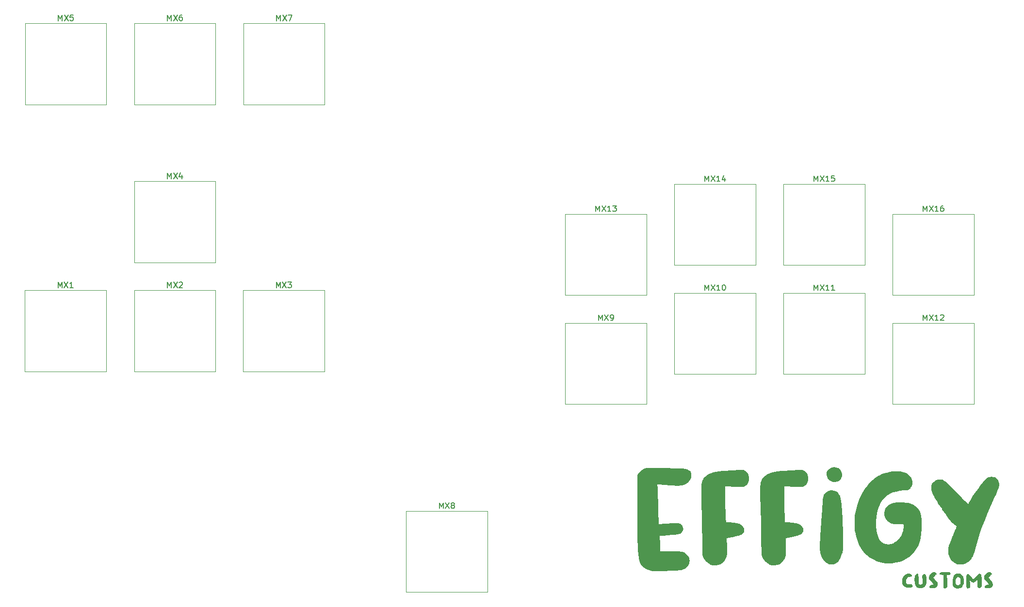
<source format=gbr>
%TF.GenerationSoftware,KiCad,Pcbnew,7.0.5*%
%TF.CreationDate,2023-06-07T11:30:10+08:00*%
%TF.ProjectId,JosEffigy-All-Keyboard-Mixbox,4a6f7345-6666-4696-9779-2d416c6c2d4b,rev?*%
%TF.SameCoordinates,Original*%
%TF.FileFunction,Legend,Top*%
%TF.FilePolarity,Positive*%
%FSLAX46Y46*%
G04 Gerber Fmt 4.6, Leading zero omitted, Abs format (unit mm)*
G04 Created by KiCad (PCBNEW 7.0.5) date 2023-06-07 11:30:10*
%MOMM*%
%LPD*%
G01*
G04 APERTURE LIST*
%ADD10C,0.150000*%
%ADD11C,0.120000*%
%ADD12C,2.100000*%
%ADD13C,1.750000*%
%ADD14C,4.000000*%
%ADD15C,3.600000*%
%ADD16O,1.800000X1.800000*%
%ADD17O,1.500000X1.500000*%
%ADD18O,1.700000X1.700000*%
%ADD19R,1.700000X1.700000*%
G04 APERTURE END LIST*
D10*
%TO.C,MX3*%
X101055986Y-100410219D02*
X101055986Y-99410219D01*
X101055986Y-99410219D02*
X101389319Y-100124504D01*
X101389319Y-100124504D02*
X101722652Y-99410219D01*
X101722652Y-99410219D02*
X101722652Y-100410219D01*
X102103605Y-99410219D02*
X102770271Y-100410219D01*
X102770271Y-99410219D02*
X102103605Y-100410219D01*
X103055986Y-99410219D02*
X103675033Y-99410219D01*
X103675033Y-99410219D02*
X103341700Y-99791171D01*
X103341700Y-99791171D02*
X103484557Y-99791171D01*
X103484557Y-99791171D02*
X103579795Y-99838790D01*
X103579795Y-99838790D02*
X103627414Y-99886409D01*
X103627414Y-99886409D02*
X103675033Y-99981647D01*
X103675033Y-99981647D02*
X103675033Y-100219742D01*
X103675033Y-100219742D02*
X103627414Y-100314980D01*
X103627414Y-100314980D02*
X103579795Y-100362600D01*
X103579795Y-100362600D02*
X103484557Y-100410219D01*
X103484557Y-100410219D02*
X103198843Y-100410219D01*
X103198843Y-100410219D02*
X103103605Y-100362600D01*
X103103605Y-100362600D02*
X103055986Y-100314980D01*
%TO.C,MX6*%
X82057986Y-53732319D02*
X82057986Y-52732319D01*
X82057986Y-52732319D02*
X82391319Y-53446604D01*
X82391319Y-53446604D02*
X82724652Y-52732319D01*
X82724652Y-52732319D02*
X82724652Y-53732319D01*
X83105605Y-52732319D02*
X83772271Y-53732319D01*
X83772271Y-52732319D02*
X83105605Y-53732319D01*
X84581795Y-52732319D02*
X84391319Y-52732319D01*
X84391319Y-52732319D02*
X84296081Y-52779938D01*
X84296081Y-52779938D02*
X84248462Y-52827557D01*
X84248462Y-52827557D02*
X84153224Y-52970414D01*
X84153224Y-52970414D02*
X84105605Y-53160890D01*
X84105605Y-53160890D02*
X84105605Y-53541842D01*
X84105605Y-53541842D02*
X84153224Y-53637080D01*
X84153224Y-53637080D02*
X84200843Y-53684700D01*
X84200843Y-53684700D02*
X84296081Y-53732319D01*
X84296081Y-53732319D02*
X84486557Y-53732319D01*
X84486557Y-53732319D02*
X84581795Y-53684700D01*
X84581795Y-53684700D02*
X84629414Y-53637080D01*
X84629414Y-53637080D02*
X84677033Y-53541842D01*
X84677033Y-53541842D02*
X84677033Y-53303747D01*
X84677033Y-53303747D02*
X84629414Y-53208509D01*
X84629414Y-53208509D02*
X84581795Y-53160890D01*
X84581795Y-53160890D02*
X84486557Y-53113271D01*
X84486557Y-53113271D02*
X84296081Y-53113271D01*
X84296081Y-53113271D02*
X84200843Y-53160890D01*
X84200843Y-53160890D02*
X84153224Y-53208509D01*
X84153224Y-53208509D02*
X84105605Y-53303747D01*
%TO.C,MX1*%
X62956086Y-100410219D02*
X62956086Y-99410219D01*
X62956086Y-99410219D02*
X63289419Y-100124504D01*
X63289419Y-100124504D02*
X63622752Y-99410219D01*
X63622752Y-99410219D02*
X63622752Y-100410219D01*
X64003705Y-99410219D02*
X64670371Y-100410219D01*
X64670371Y-99410219D02*
X64003705Y-100410219D01*
X65575133Y-100410219D02*
X65003705Y-100410219D01*
X65289419Y-100410219D02*
X65289419Y-99410219D01*
X65289419Y-99410219D02*
X65194181Y-99553076D01*
X65194181Y-99553076D02*
X65098943Y-99648314D01*
X65098943Y-99648314D02*
X65003705Y-99695933D01*
%TO.C,MX16*%
X213979295Y-87069819D02*
X213979295Y-86069819D01*
X213979295Y-86069819D02*
X214312628Y-86784104D01*
X214312628Y-86784104D02*
X214645961Y-86069819D01*
X214645961Y-86069819D02*
X214645961Y-87069819D01*
X215026914Y-86069819D02*
X215693580Y-87069819D01*
X215693580Y-86069819D02*
X215026914Y-87069819D01*
X216598342Y-87069819D02*
X216026914Y-87069819D01*
X216312628Y-87069819D02*
X216312628Y-86069819D01*
X216312628Y-86069819D02*
X216217390Y-86212676D01*
X216217390Y-86212676D02*
X216122152Y-86307914D01*
X216122152Y-86307914D02*
X216026914Y-86355533D01*
X217455485Y-86069819D02*
X217265009Y-86069819D01*
X217265009Y-86069819D02*
X217169771Y-86117438D01*
X217169771Y-86117438D02*
X217122152Y-86165057D01*
X217122152Y-86165057D02*
X217026914Y-86307914D01*
X217026914Y-86307914D02*
X216979295Y-86498390D01*
X216979295Y-86498390D02*
X216979295Y-86879342D01*
X216979295Y-86879342D02*
X217026914Y-86974580D01*
X217026914Y-86974580D02*
X217074533Y-87022200D01*
X217074533Y-87022200D02*
X217169771Y-87069819D01*
X217169771Y-87069819D02*
X217360247Y-87069819D01*
X217360247Y-87069819D02*
X217455485Y-87022200D01*
X217455485Y-87022200D02*
X217503104Y-86974580D01*
X217503104Y-86974580D02*
X217550723Y-86879342D01*
X217550723Y-86879342D02*
X217550723Y-86641247D01*
X217550723Y-86641247D02*
X217503104Y-86546009D01*
X217503104Y-86546009D02*
X217455485Y-86498390D01*
X217455485Y-86498390D02*
X217360247Y-86450771D01*
X217360247Y-86450771D02*
X217169771Y-86450771D01*
X217169771Y-86450771D02*
X217074533Y-86498390D01*
X217074533Y-86498390D02*
X217026914Y-86546009D01*
X217026914Y-86546009D02*
X216979295Y-86641247D01*
%TO.C,MX2*%
X82058086Y-100404819D02*
X82058086Y-99404819D01*
X82058086Y-99404819D02*
X82391419Y-100119104D01*
X82391419Y-100119104D02*
X82724752Y-99404819D01*
X82724752Y-99404819D02*
X82724752Y-100404819D01*
X83105705Y-99404819D02*
X83772371Y-100404819D01*
X83772371Y-99404819D02*
X83105705Y-100404819D01*
X84105705Y-99500057D02*
X84153324Y-99452438D01*
X84153324Y-99452438D02*
X84248562Y-99404819D01*
X84248562Y-99404819D02*
X84486657Y-99404819D01*
X84486657Y-99404819D02*
X84581895Y-99452438D01*
X84581895Y-99452438D02*
X84629514Y-99500057D01*
X84629514Y-99500057D02*
X84677133Y-99595295D01*
X84677133Y-99595295D02*
X84677133Y-99690533D01*
X84677133Y-99690533D02*
X84629514Y-99833390D01*
X84629514Y-99833390D02*
X84058086Y-100404819D01*
X84058086Y-100404819D02*
X84677133Y-100404819D01*
%TO.C,MX7*%
X101107986Y-53732319D02*
X101107986Y-52732319D01*
X101107986Y-52732319D02*
X101441319Y-53446604D01*
X101441319Y-53446604D02*
X101774652Y-52732319D01*
X101774652Y-52732319D02*
X101774652Y-53732319D01*
X102155605Y-52732319D02*
X102822271Y-53732319D01*
X102822271Y-52732319D02*
X102155605Y-53732319D01*
X103107986Y-52732319D02*
X103774652Y-52732319D01*
X103774652Y-52732319D02*
X103346081Y-53732319D01*
%TO.C,MX5*%
X63007986Y-53732319D02*
X63007986Y-52732319D01*
X63007986Y-52732319D02*
X63341319Y-53446604D01*
X63341319Y-53446604D02*
X63674652Y-52732319D01*
X63674652Y-52732319D02*
X63674652Y-53732319D01*
X64055605Y-52732319D02*
X64722271Y-53732319D01*
X64722271Y-52732319D02*
X64055605Y-53732319D01*
X65579414Y-52732319D02*
X65103224Y-52732319D01*
X65103224Y-52732319D02*
X65055605Y-53208509D01*
X65055605Y-53208509D02*
X65103224Y-53160890D01*
X65103224Y-53160890D02*
X65198462Y-53113271D01*
X65198462Y-53113271D02*
X65436557Y-53113271D01*
X65436557Y-53113271D02*
X65531795Y-53160890D01*
X65531795Y-53160890D02*
X65579414Y-53208509D01*
X65579414Y-53208509D02*
X65627033Y-53303747D01*
X65627033Y-53303747D02*
X65627033Y-53541842D01*
X65627033Y-53541842D02*
X65579414Y-53637080D01*
X65579414Y-53637080D02*
X65531795Y-53684700D01*
X65531795Y-53684700D02*
X65436557Y-53732319D01*
X65436557Y-53732319D02*
X65198462Y-53732319D01*
X65198462Y-53732319D02*
X65103224Y-53684700D01*
X65103224Y-53684700D02*
X65055605Y-53637080D01*
%TO.C,MX4*%
X82058086Y-81354819D02*
X82058086Y-80354819D01*
X82058086Y-80354819D02*
X82391419Y-81069104D01*
X82391419Y-81069104D02*
X82724752Y-80354819D01*
X82724752Y-80354819D02*
X82724752Y-81354819D01*
X83105705Y-80354819D02*
X83772371Y-81354819D01*
X83772371Y-80354819D02*
X83105705Y-81354819D01*
X84581895Y-80688152D02*
X84581895Y-81354819D01*
X84343800Y-80307200D02*
X84105705Y-81021485D01*
X84105705Y-81021485D02*
X84724752Y-81021485D01*
%TO.C,MX12*%
X213979295Y-106119819D02*
X213979295Y-105119819D01*
X213979295Y-105119819D02*
X214312628Y-105834104D01*
X214312628Y-105834104D02*
X214645961Y-105119819D01*
X214645961Y-105119819D02*
X214645961Y-106119819D01*
X215026914Y-105119819D02*
X215693580Y-106119819D01*
X215693580Y-105119819D02*
X215026914Y-106119819D01*
X216598342Y-106119819D02*
X216026914Y-106119819D01*
X216312628Y-106119819D02*
X216312628Y-105119819D01*
X216312628Y-105119819D02*
X216217390Y-105262676D01*
X216217390Y-105262676D02*
X216122152Y-105357914D01*
X216122152Y-105357914D02*
X216026914Y-105405533D01*
X216979295Y-105215057D02*
X217026914Y-105167438D01*
X217026914Y-105167438D02*
X217122152Y-105119819D01*
X217122152Y-105119819D02*
X217360247Y-105119819D01*
X217360247Y-105119819D02*
X217455485Y-105167438D01*
X217455485Y-105167438D02*
X217503104Y-105215057D01*
X217503104Y-105215057D02*
X217550723Y-105310295D01*
X217550723Y-105310295D02*
X217550723Y-105405533D01*
X217550723Y-105405533D02*
X217503104Y-105548390D01*
X217503104Y-105548390D02*
X216931676Y-106119819D01*
X216931676Y-106119819D02*
X217550723Y-106119819D01*
%TO.C,MX10*%
X175879295Y-100881019D02*
X175879295Y-99881019D01*
X175879295Y-99881019D02*
X176212628Y-100595304D01*
X176212628Y-100595304D02*
X176545961Y-99881019D01*
X176545961Y-99881019D02*
X176545961Y-100881019D01*
X176926914Y-99881019D02*
X177593580Y-100881019D01*
X177593580Y-99881019D02*
X176926914Y-100881019D01*
X178498342Y-100881019D02*
X177926914Y-100881019D01*
X178212628Y-100881019D02*
X178212628Y-99881019D01*
X178212628Y-99881019D02*
X178117390Y-100023876D01*
X178117390Y-100023876D02*
X178022152Y-100119114D01*
X178022152Y-100119114D02*
X177926914Y-100166733D01*
X179117390Y-99881019D02*
X179212628Y-99881019D01*
X179212628Y-99881019D02*
X179307866Y-99928638D01*
X179307866Y-99928638D02*
X179355485Y-99976257D01*
X179355485Y-99976257D02*
X179403104Y-100071495D01*
X179403104Y-100071495D02*
X179450723Y-100261971D01*
X179450723Y-100261971D02*
X179450723Y-100500066D01*
X179450723Y-100500066D02*
X179403104Y-100690542D01*
X179403104Y-100690542D02*
X179355485Y-100785780D01*
X179355485Y-100785780D02*
X179307866Y-100833400D01*
X179307866Y-100833400D02*
X179212628Y-100881019D01*
X179212628Y-100881019D02*
X179117390Y-100881019D01*
X179117390Y-100881019D02*
X179022152Y-100833400D01*
X179022152Y-100833400D02*
X178974533Y-100785780D01*
X178974533Y-100785780D02*
X178926914Y-100690542D01*
X178926914Y-100690542D02*
X178879295Y-100500066D01*
X178879295Y-100500066D02*
X178879295Y-100261971D01*
X178879295Y-100261971D02*
X178926914Y-100071495D01*
X178926914Y-100071495D02*
X178974533Y-99976257D01*
X178974533Y-99976257D02*
X179022152Y-99928638D01*
X179022152Y-99928638D02*
X179117390Y-99881019D01*
%TO.C,MX8*%
X129524286Y-138981019D02*
X129524286Y-137981019D01*
X129524286Y-137981019D02*
X129857619Y-138695304D01*
X129857619Y-138695304D02*
X130190952Y-137981019D01*
X130190952Y-137981019D02*
X130190952Y-138981019D01*
X130571905Y-137981019D02*
X131238571Y-138981019D01*
X131238571Y-137981019D02*
X130571905Y-138981019D01*
X131762381Y-138409590D02*
X131667143Y-138361971D01*
X131667143Y-138361971D02*
X131619524Y-138314352D01*
X131619524Y-138314352D02*
X131571905Y-138219114D01*
X131571905Y-138219114D02*
X131571905Y-138171495D01*
X131571905Y-138171495D02*
X131619524Y-138076257D01*
X131619524Y-138076257D02*
X131667143Y-138028638D01*
X131667143Y-138028638D02*
X131762381Y-137981019D01*
X131762381Y-137981019D02*
X131952857Y-137981019D01*
X131952857Y-137981019D02*
X132048095Y-138028638D01*
X132048095Y-138028638D02*
X132095714Y-138076257D01*
X132095714Y-138076257D02*
X132143333Y-138171495D01*
X132143333Y-138171495D02*
X132143333Y-138219114D01*
X132143333Y-138219114D02*
X132095714Y-138314352D01*
X132095714Y-138314352D02*
X132048095Y-138361971D01*
X132048095Y-138361971D02*
X131952857Y-138409590D01*
X131952857Y-138409590D02*
X131762381Y-138409590D01*
X131762381Y-138409590D02*
X131667143Y-138457209D01*
X131667143Y-138457209D02*
X131619524Y-138504828D01*
X131619524Y-138504828D02*
X131571905Y-138600066D01*
X131571905Y-138600066D02*
X131571905Y-138790542D01*
X131571905Y-138790542D02*
X131619524Y-138885780D01*
X131619524Y-138885780D02*
X131667143Y-138933400D01*
X131667143Y-138933400D02*
X131762381Y-138981019D01*
X131762381Y-138981019D02*
X131952857Y-138981019D01*
X131952857Y-138981019D02*
X132048095Y-138933400D01*
X132048095Y-138933400D02*
X132095714Y-138885780D01*
X132095714Y-138885780D02*
X132143333Y-138790542D01*
X132143333Y-138790542D02*
X132143333Y-138600066D01*
X132143333Y-138600066D02*
X132095714Y-138504828D01*
X132095714Y-138504828D02*
X132048095Y-138457209D01*
X132048095Y-138457209D02*
X131952857Y-138409590D01*
%TO.C,MX14*%
X175879295Y-81831019D02*
X175879295Y-80831019D01*
X175879295Y-80831019D02*
X176212628Y-81545304D01*
X176212628Y-81545304D02*
X176545961Y-80831019D01*
X176545961Y-80831019D02*
X176545961Y-81831019D01*
X176926914Y-80831019D02*
X177593580Y-81831019D01*
X177593580Y-80831019D02*
X176926914Y-81831019D01*
X178498342Y-81831019D02*
X177926914Y-81831019D01*
X178212628Y-81831019D02*
X178212628Y-80831019D01*
X178212628Y-80831019D02*
X178117390Y-80973876D01*
X178117390Y-80973876D02*
X178022152Y-81069114D01*
X178022152Y-81069114D02*
X177926914Y-81116733D01*
X179355485Y-81164352D02*
X179355485Y-81831019D01*
X179117390Y-80783400D02*
X178879295Y-81497685D01*
X178879295Y-81497685D02*
X179498342Y-81497685D01*
%TO.C,MX11*%
X194929295Y-100881019D02*
X194929295Y-99881019D01*
X194929295Y-99881019D02*
X195262628Y-100595304D01*
X195262628Y-100595304D02*
X195595961Y-99881019D01*
X195595961Y-99881019D02*
X195595961Y-100881019D01*
X195976914Y-99881019D02*
X196643580Y-100881019D01*
X196643580Y-99881019D02*
X195976914Y-100881019D01*
X197548342Y-100881019D02*
X196976914Y-100881019D01*
X197262628Y-100881019D02*
X197262628Y-99881019D01*
X197262628Y-99881019D02*
X197167390Y-100023876D01*
X197167390Y-100023876D02*
X197072152Y-100119114D01*
X197072152Y-100119114D02*
X196976914Y-100166733D01*
X198500723Y-100881019D02*
X197929295Y-100881019D01*
X198215009Y-100881019D02*
X198215009Y-99881019D01*
X198215009Y-99881019D02*
X198119771Y-100023876D01*
X198119771Y-100023876D02*
X198024533Y-100119114D01*
X198024533Y-100119114D02*
X197929295Y-100166733D01*
%TO.C,MX13*%
X156829295Y-87069819D02*
X156829295Y-86069819D01*
X156829295Y-86069819D02*
X157162628Y-86784104D01*
X157162628Y-86784104D02*
X157495961Y-86069819D01*
X157495961Y-86069819D02*
X157495961Y-87069819D01*
X157876914Y-86069819D02*
X158543580Y-87069819D01*
X158543580Y-86069819D02*
X157876914Y-87069819D01*
X159448342Y-87069819D02*
X158876914Y-87069819D01*
X159162628Y-87069819D02*
X159162628Y-86069819D01*
X159162628Y-86069819D02*
X159067390Y-86212676D01*
X159067390Y-86212676D02*
X158972152Y-86307914D01*
X158972152Y-86307914D02*
X158876914Y-86355533D01*
X159781676Y-86069819D02*
X160400723Y-86069819D01*
X160400723Y-86069819D02*
X160067390Y-86450771D01*
X160067390Y-86450771D02*
X160210247Y-86450771D01*
X160210247Y-86450771D02*
X160305485Y-86498390D01*
X160305485Y-86498390D02*
X160353104Y-86546009D01*
X160353104Y-86546009D02*
X160400723Y-86641247D01*
X160400723Y-86641247D02*
X160400723Y-86879342D01*
X160400723Y-86879342D02*
X160353104Y-86974580D01*
X160353104Y-86974580D02*
X160305485Y-87022200D01*
X160305485Y-87022200D02*
X160210247Y-87069819D01*
X160210247Y-87069819D02*
X159924533Y-87069819D01*
X159924533Y-87069819D02*
X159829295Y-87022200D01*
X159829295Y-87022200D02*
X159781676Y-86974580D01*
%TO.C,MX15*%
X194929295Y-81831019D02*
X194929295Y-80831019D01*
X194929295Y-80831019D02*
X195262628Y-81545304D01*
X195262628Y-81545304D02*
X195595961Y-80831019D01*
X195595961Y-80831019D02*
X195595961Y-81831019D01*
X195976914Y-80831019D02*
X196643580Y-81831019D01*
X196643580Y-80831019D02*
X195976914Y-81831019D01*
X197548342Y-81831019D02*
X196976914Y-81831019D01*
X197262628Y-81831019D02*
X197262628Y-80831019D01*
X197262628Y-80831019D02*
X197167390Y-80973876D01*
X197167390Y-80973876D02*
X197072152Y-81069114D01*
X197072152Y-81069114D02*
X196976914Y-81116733D01*
X198453104Y-80831019D02*
X197976914Y-80831019D01*
X197976914Y-80831019D02*
X197929295Y-81307209D01*
X197929295Y-81307209D02*
X197976914Y-81259590D01*
X197976914Y-81259590D02*
X198072152Y-81211971D01*
X198072152Y-81211971D02*
X198310247Y-81211971D01*
X198310247Y-81211971D02*
X198405485Y-81259590D01*
X198405485Y-81259590D02*
X198453104Y-81307209D01*
X198453104Y-81307209D02*
X198500723Y-81402447D01*
X198500723Y-81402447D02*
X198500723Y-81640542D01*
X198500723Y-81640542D02*
X198453104Y-81735780D01*
X198453104Y-81735780D02*
X198405485Y-81783400D01*
X198405485Y-81783400D02*
X198310247Y-81831019D01*
X198310247Y-81831019D02*
X198072152Y-81831019D01*
X198072152Y-81831019D02*
X197976914Y-81783400D01*
X197976914Y-81783400D02*
X197929295Y-81735780D01*
%TO.C,MX9*%
X157305486Y-106119819D02*
X157305486Y-105119819D01*
X157305486Y-105119819D02*
X157638819Y-105834104D01*
X157638819Y-105834104D02*
X157972152Y-105119819D01*
X157972152Y-105119819D02*
X157972152Y-106119819D01*
X158353105Y-105119819D02*
X159019771Y-106119819D01*
X159019771Y-105119819D02*
X158353105Y-106119819D01*
X159448343Y-106119819D02*
X159638819Y-106119819D01*
X159638819Y-106119819D02*
X159734057Y-106072200D01*
X159734057Y-106072200D02*
X159781676Y-106024580D01*
X159781676Y-106024580D02*
X159876914Y-105881723D01*
X159876914Y-105881723D02*
X159924533Y-105691247D01*
X159924533Y-105691247D02*
X159924533Y-105310295D01*
X159924533Y-105310295D02*
X159876914Y-105215057D01*
X159876914Y-105215057D02*
X159829295Y-105167438D01*
X159829295Y-105167438D02*
X159734057Y-105119819D01*
X159734057Y-105119819D02*
X159543581Y-105119819D01*
X159543581Y-105119819D02*
X159448343Y-105167438D01*
X159448343Y-105167438D02*
X159400724Y-105215057D01*
X159400724Y-105215057D02*
X159353105Y-105310295D01*
X159353105Y-105310295D02*
X159353105Y-105548390D01*
X159353105Y-105548390D02*
X159400724Y-105643628D01*
X159400724Y-105643628D02*
X159448343Y-105691247D01*
X159448343Y-105691247D02*
X159543581Y-105738866D01*
X159543581Y-105738866D02*
X159734057Y-105738866D01*
X159734057Y-105738866D02*
X159829295Y-105691247D01*
X159829295Y-105691247D02*
X159876914Y-105643628D01*
X159876914Y-105643628D02*
X159924533Y-105548390D01*
D11*
%TO.C,MX3*%
X95241700Y-100855400D02*
X95241700Y-115055400D01*
X95241700Y-115055400D02*
X109441700Y-115055400D01*
X109441700Y-100855400D02*
X95241700Y-100855400D01*
X109441700Y-115055400D02*
X109441700Y-100855400D01*
%TO.C,MX6*%
X76243700Y-54177500D02*
X76243700Y-68377500D01*
X76243700Y-68377500D02*
X90443700Y-68377500D01*
X90443700Y-54177500D02*
X76243700Y-54177500D01*
X90443700Y-68377500D02*
X90443700Y-54177500D01*
%TO.C,MX1*%
X57141800Y-100855400D02*
X57141800Y-115055400D01*
X57141800Y-115055400D02*
X71341800Y-115055400D01*
X71341800Y-100855400D02*
X57141800Y-100855400D01*
X71341800Y-115055400D02*
X71341800Y-100855400D01*
%TO.C,MX16*%
X208641200Y-87515000D02*
X208641200Y-101715000D01*
X208641200Y-101715000D02*
X222841200Y-101715000D01*
X222841200Y-87515000D02*
X208641200Y-87515000D01*
X222841200Y-101715000D02*
X222841200Y-87515000D01*
%TO.C,MX2*%
X76243800Y-100850000D02*
X76243800Y-115050000D01*
X76243800Y-115050000D02*
X90443800Y-115050000D01*
X90443800Y-100850000D02*
X76243800Y-100850000D01*
X90443800Y-115050000D02*
X90443800Y-100850000D01*
%TO.C,MX7*%
X95293700Y-54177500D02*
X95293700Y-68377500D01*
X95293700Y-68377500D02*
X109493700Y-68377500D01*
X109493700Y-54177500D02*
X95293700Y-54177500D01*
X109493700Y-68377500D02*
X109493700Y-54177500D01*
%TO.C,G\u002A\u002A\u002A*%
G36*
X198717123Y-131788830D02*
G01*
X199043474Y-131894204D01*
X199088543Y-131915405D01*
X199377139Y-132104782D01*
X199595080Y-132350221D01*
X199737913Y-132640947D01*
X199801188Y-132966189D01*
X199780454Y-133315175D01*
X199738890Y-133489529D01*
X199620671Y-133742910D01*
X199433154Y-133978913D01*
X199200843Y-134173032D01*
X198948242Y-134300762D01*
X198918048Y-134310371D01*
X198595930Y-134374737D01*
X198294179Y-134362998D01*
X198035567Y-134295715D01*
X197717923Y-134141621D01*
X197458151Y-133916086D01*
X197290285Y-133686173D01*
X197153065Y-133382635D01*
X197101092Y-133081693D01*
X197125722Y-132791858D01*
X197218315Y-132521640D01*
X197370228Y-132279548D01*
X197572818Y-132074093D01*
X197817445Y-131913783D01*
X198095466Y-131807130D01*
X198398240Y-131762642D01*
X198717123Y-131788830D01*
G37*
G36*
X218488205Y-150094413D02*
G01*
X218610266Y-150134866D01*
X218687654Y-150198859D01*
X218725146Y-150267505D01*
X218737264Y-150408280D01*
X218667719Y-150526003D01*
X218527891Y-150611506D01*
X218329162Y-150655622D01*
X218238364Y-150659629D01*
X218097804Y-150659629D01*
X218126671Y-151047685D01*
X218140654Y-151252245D01*
X218156886Y-151515554D01*
X218173274Y-151802389D01*
X218186654Y-152056122D01*
X218217768Y-152676505D01*
X218073799Y-152820474D01*
X217913490Y-152935484D01*
X217755755Y-152956623D01*
X217599419Y-152884022D01*
X217586785Y-152874044D01*
X217475741Y-152783645D01*
X217485143Y-151703865D01*
X217494544Y-150624086D01*
X217253581Y-150592121D01*
X217044969Y-150554076D01*
X216916195Y-150501656D01*
X216853225Y-150426669D01*
X216840741Y-150351069D01*
X216853810Y-150280235D01*
X216900714Y-150225337D01*
X216993001Y-150183038D01*
X217142218Y-150150003D01*
X217359910Y-150122893D01*
X217657626Y-150098374D01*
X217733514Y-150093097D01*
X218061876Y-150075647D01*
X218309424Y-150075379D01*
X218488205Y-150094413D01*
G37*
G36*
X211558895Y-150368338D02*
G01*
X211743841Y-150430972D01*
X211891442Y-150527339D01*
X211980063Y-150648394D01*
X211995926Y-150728607D01*
X211965869Y-150846713D01*
X211869863Y-150914026D01*
X211699157Y-150935722D01*
X211647362Y-150934764D01*
X211440981Y-150955805D01*
X211274438Y-151043744D01*
X211131303Y-151209503D01*
X211065046Y-151321857D01*
X210982505Y-151546954D01*
X210964311Y-151775137D01*
X211008592Y-151981709D01*
X211113477Y-152141973D01*
X211128207Y-152155348D01*
X211207064Y-152215684D01*
X211285305Y-152247239D01*
X211392457Y-152255518D01*
X211558047Y-152246024D01*
X211597231Y-152242777D01*
X211796018Y-152231994D01*
X211927670Y-152242018D01*
X212017329Y-152275356D01*
X212034388Y-152286399D01*
X212122728Y-152388891D01*
X212131622Y-152503909D01*
X212072569Y-152619920D01*
X211957068Y-152725387D01*
X211796617Y-152808778D01*
X211602716Y-152858557D01*
X211455311Y-152867274D01*
X211328753Y-152853163D01*
X211159375Y-152820435D01*
X211055185Y-152794968D01*
X210761784Y-152674589D01*
X210519662Y-152489857D01*
X210373148Y-152300938D01*
X210307683Y-152120946D01*
X210277808Y-151884204D01*
X210283019Y-151620836D01*
X210322811Y-151360968D01*
X210392514Y-151144026D01*
X210508549Y-150945466D01*
X210673567Y-150744353D01*
X210863203Y-150564817D01*
X211053090Y-150430989D01*
X211163504Y-150380468D01*
X211358238Y-150348488D01*
X211558895Y-150368338D01*
G37*
G36*
X212975850Y-150384183D02*
G01*
X213041892Y-150412437D01*
X213088668Y-150474058D01*
X213119439Y-150580935D01*
X213137464Y-150744956D01*
X213146004Y-150978010D01*
X213148319Y-151291987D01*
X213148333Y-151329448D01*
X213148333Y-152125239D01*
X213280308Y-152239100D01*
X213423925Y-152332467D01*
X213554444Y-152340350D01*
X213695802Y-152263745D01*
X213704814Y-152256749D01*
X213794774Y-152166338D01*
X213851883Y-152053012D01*
X213878404Y-151900801D01*
X213876599Y-151693737D01*
X213848732Y-151415852D01*
X213836819Y-151325041D01*
X213806282Y-151093024D01*
X213789768Y-150932794D01*
X213787865Y-150823030D01*
X213801159Y-150742411D01*
X213830235Y-150669613D01*
X213856215Y-150619485D01*
X213927152Y-150507825D01*
X214004663Y-150458970D01*
X214129211Y-150447969D01*
X214134329Y-150447962D01*
X214286225Y-150473801D01*
X214399988Y-150557477D01*
X214481157Y-150708226D01*
X214535269Y-150935288D01*
X214561355Y-151160361D01*
X214577610Y-151613154D01*
X214543027Y-151991309D01*
X214455545Y-152300629D01*
X214313104Y-152546917D01*
X214113642Y-152735977D01*
X213971482Y-152821460D01*
X213754606Y-152898601D01*
X213508436Y-152936581D01*
X213280708Y-152929019D01*
X213234893Y-152919911D01*
X212959959Y-152810321D01*
X212743665Y-152628202D01*
X212585400Y-152372768D01*
X212484552Y-152043231D01*
X212465377Y-151929629D01*
X212434988Y-151586637D01*
X212440733Y-151263724D01*
X212479296Y-150973098D01*
X212547359Y-150726962D01*
X212641604Y-150537522D01*
X212758714Y-150416983D01*
X212887284Y-150377407D01*
X212975850Y-150384183D01*
G37*
G36*
X216016880Y-150114321D02*
G01*
X216137338Y-150168688D01*
X216247085Y-150255564D01*
X216314858Y-150347499D01*
X216323333Y-150383409D01*
X216291357Y-150438473D01*
X216206283Y-150538419D01*
X216084395Y-150664596D01*
X216041111Y-150706666D01*
X215910376Y-150841130D01*
X215811784Y-150960226D01*
X215761888Y-151043344D01*
X215758889Y-151058015D01*
X215790044Y-151125952D01*
X215873516Y-151240091D01*
X215994316Y-151380908D01*
X216062973Y-151454123D01*
X216297868Y-151727618D01*
X216446339Y-151974616D01*
X216510273Y-152201044D01*
X216491555Y-152412829D01*
X216419312Y-152574105D01*
X216299276Y-152718393D01*
X216134675Y-152817852D01*
X215909748Y-152879191D01*
X215635141Y-152907764D01*
X215440796Y-152915794D01*
X215315463Y-152911271D01*
X215234458Y-152890059D01*
X215173098Y-152848019D01*
X215150606Y-152826531D01*
X215076805Y-152713572D01*
X215079494Y-152621019D01*
X215146046Y-152486627D01*
X215260353Y-152403770D01*
X215442122Y-152359604D01*
X215488839Y-152354229D01*
X215636413Y-152333613D01*
X215714066Y-152302096D01*
X215745947Y-152247695D01*
X215750287Y-152224486D01*
X215738791Y-152157111D01*
X215681371Y-152065939D01*
X215568933Y-151939343D01*
X215392381Y-151765696D01*
X215388675Y-151762177D01*
X215193267Y-151567479D01*
X215062661Y-151409689D01*
X214986204Y-151269535D01*
X214953242Y-151127742D01*
X214952562Y-150973205D01*
X215007298Y-150755185D01*
X215130537Y-150546537D01*
X215303915Y-150362080D01*
X215509068Y-150216636D01*
X215727629Y-150125024D01*
X215941234Y-150102064D01*
X216016880Y-150114321D01*
G37*
G36*
X225659472Y-150114321D02*
G01*
X225779930Y-150168688D01*
X225889677Y-150255564D01*
X225957451Y-150347499D01*
X225965926Y-150383409D01*
X225933950Y-150438473D01*
X225848876Y-150538419D01*
X225726988Y-150664596D01*
X225683704Y-150706666D01*
X225552969Y-150841130D01*
X225454376Y-150960226D01*
X225404480Y-151043344D01*
X225401482Y-151058015D01*
X225432636Y-151125952D01*
X225516108Y-151240091D01*
X225636909Y-151380908D01*
X225705566Y-151454123D01*
X225940461Y-151727618D01*
X226088932Y-151974616D01*
X226152866Y-152201044D01*
X226134147Y-152412829D01*
X226061904Y-152574105D01*
X225941869Y-152718393D01*
X225777268Y-152817852D01*
X225552340Y-152879191D01*
X225277734Y-152907764D01*
X225083388Y-152915794D01*
X224958055Y-152911271D01*
X224877051Y-152890059D01*
X224815691Y-152848019D01*
X224793198Y-152826531D01*
X224719397Y-152713572D01*
X224722087Y-152621019D01*
X224788639Y-152486627D01*
X224902945Y-152403770D01*
X225084715Y-152359604D01*
X225131432Y-152354229D01*
X225279005Y-152333613D01*
X225356659Y-152302096D01*
X225388539Y-152247695D01*
X225392879Y-152224486D01*
X225381384Y-152157111D01*
X225323964Y-152065939D01*
X225211526Y-151939343D01*
X225034973Y-151765696D01*
X225031267Y-151762177D01*
X224835859Y-151567479D01*
X224705254Y-151409689D01*
X224628796Y-151269535D01*
X224595834Y-151127742D01*
X224595155Y-150973205D01*
X224649890Y-150755185D01*
X224773130Y-150546537D01*
X224946508Y-150362080D01*
X225151660Y-150216636D01*
X225370222Y-150125024D01*
X225583826Y-150102064D01*
X225659472Y-150114321D01*
G37*
G36*
X220400719Y-150408189D02*
G01*
X220629878Y-150505774D01*
X220816814Y-150678024D01*
X220972520Y-150932799D01*
X221009851Y-151014939D01*
X221077830Y-151261077D01*
X221100213Y-151553635D01*
X221080442Y-151865295D01*
X221021961Y-152168739D01*
X220928213Y-152436652D01*
X220805189Y-152638707D01*
X220609296Y-152805485D01*
X220357170Y-152925071D01*
X220077848Y-152990014D01*
X219800367Y-152992859D01*
X219603721Y-152947112D01*
X219407843Y-152849952D01*
X219265278Y-152717416D01*
X219169772Y-152536557D01*
X219115073Y-152294429D01*
X219094928Y-151978086D01*
X219094527Y-151892856D01*
X219098116Y-151804258D01*
X219643508Y-151804258D01*
X219643732Y-151992223D01*
X219654082Y-152112146D01*
X219681452Y-152190000D01*
X219732732Y-152251763D01*
X219771419Y-152286387D01*
X219941432Y-152383279D01*
X220115933Y-152386427D01*
X220292723Y-152295924D01*
X220332499Y-152262747D01*
X220403690Y-152196022D01*
X220448576Y-152134804D01*
X220473225Y-152056021D01*
X220483701Y-151936603D01*
X220486073Y-151753480D01*
X220486111Y-151678573D01*
X220484050Y-151465880D01*
X220474785Y-151324202D01*
X220453697Y-151230517D01*
X220416168Y-151161802D01*
X220372079Y-151110270D01*
X220223685Y-151015162D01*
X220041388Y-150986571D01*
X219862800Y-151029900D01*
X219851786Y-151035564D01*
X219760944Y-151134559D01*
X219694399Y-151316366D01*
X219654499Y-151572319D01*
X219643508Y-151804258D01*
X219098116Y-151804258D01*
X219112134Y-151458231D01*
X219164095Y-151106560D01*
X219254557Y-150831704D01*
X219387668Y-150627526D01*
X219567573Y-150487886D01*
X219798421Y-150406646D01*
X220084358Y-150377668D01*
X220118345Y-150377407D01*
X220400719Y-150408189D01*
G37*
G36*
X223925728Y-150418579D02*
G01*
X224005609Y-150467192D01*
X224067153Y-150538870D01*
X224112607Y-150645117D01*
X224144217Y-150797440D01*
X224164230Y-151007341D01*
X224174895Y-151286328D01*
X224178457Y-151645903D01*
X224178519Y-151712843D01*
X224178519Y-152627967D01*
X224056745Y-152772687D01*
X223912737Y-152884472D01*
X223751891Y-152919678D01*
X223597482Y-152883827D01*
X223472788Y-152782443D01*
X223401085Y-152621049D01*
X223400288Y-152616911D01*
X223391788Y-152505749D01*
X223391827Y-152327928D01*
X223399970Y-152110433D01*
X223411234Y-151936226D01*
X223425106Y-151727248D01*
X223432134Y-151557853D01*
X223431823Y-151446797D01*
X223425024Y-151412222D01*
X223381015Y-151443356D01*
X223292336Y-151524611D01*
X223188775Y-151627661D01*
X223000531Y-151805922D01*
X222848161Y-151911808D01*
X222717133Y-151952376D01*
X222592915Y-151934679D01*
X222572540Y-151926846D01*
X222459962Y-151856778D01*
X222331487Y-151744103D01*
X222273966Y-151682218D01*
X222113563Y-151494823D01*
X222141651Y-152151573D01*
X222152295Y-152411706D01*
X222156958Y-152594114D01*
X222153796Y-152715057D01*
X222140964Y-152790793D01*
X222116618Y-152837582D01*
X222078914Y-152871683D01*
X222058292Y-152886384D01*
X221907415Y-152950578D01*
X221745202Y-152957545D01*
X221608900Y-152907898D01*
X221575253Y-152878425D01*
X221549924Y-152840171D01*
X221530658Y-152780701D01*
X221516660Y-152688060D01*
X221507133Y-152550294D01*
X221501280Y-152355448D01*
X221498305Y-152091566D01*
X221497413Y-151746693D01*
X221497407Y-151709790D01*
X221498012Y-151359743D01*
X221500393Y-151091812D01*
X221505402Y-150894043D01*
X221513893Y-150754481D01*
X221526716Y-150661173D01*
X221544724Y-150602164D01*
X221568768Y-150565500D01*
X221579722Y-150554890D01*
X221723718Y-150467193D01*
X221869738Y-150459884D01*
X222022756Y-150535606D01*
X222187746Y-150696998D01*
X222369680Y-150946700D01*
X222396556Y-150988492D01*
X222635395Y-151364686D01*
X222886468Y-151150187D01*
X223058061Y-150992446D01*
X223240329Y-150807930D01*
X223355944Y-150680045D01*
X223527550Y-150503329D01*
X223676521Y-150407621D01*
X223815962Y-150386910D01*
X223925728Y-150418579D01*
G37*
G36*
X198053136Y-135803055D02*
G01*
X198062269Y-135803488D01*
X198428107Y-135857488D01*
X198746199Y-135983495D01*
X199018061Y-136183647D01*
X199245209Y-136460083D01*
X199429160Y-136814942D01*
X199571427Y-137250364D01*
X199673529Y-137768486D01*
X199718066Y-138139963D01*
X199758011Y-138607963D01*
X199796813Y-139152903D01*
X199833861Y-139758884D01*
X199868546Y-140410009D01*
X199900257Y-141090381D01*
X199928385Y-141784101D01*
X199952320Y-142475273D01*
X199971452Y-143147998D01*
X199985170Y-143786380D01*
X199992865Y-144374520D01*
X199993927Y-144896521D01*
X199990104Y-145229772D01*
X199982407Y-145595374D01*
X199973909Y-145883385D01*
X199963114Y-146110288D01*
X199948526Y-146292565D01*
X199928648Y-146446696D01*
X199901986Y-146589164D01*
X199867042Y-146736449D01*
X199846045Y-146816871D01*
X199677155Y-147334777D01*
X199466121Y-147781424D01*
X199215975Y-148152152D01*
X198929745Y-148442302D01*
X198678318Y-148612458D01*
X198529071Y-148685429D01*
X198388064Y-148729794D01*
X198219535Y-148753903D01*
X198025926Y-148764781D01*
X197744444Y-148763255D01*
X197529803Y-148736857D01*
X197454152Y-148715328D01*
X197081624Y-148528928D01*
X196757542Y-148265124D01*
X196480773Y-147922487D01*
X196250186Y-147499591D01*
X196064649Y-146995006D01*
X196049593Y-146943703D01*
X196012540Y-146804735D01*
X195981493Y-146661518D01*
X195956575Y-146507358D01*
X195937909Y-146335558D01*
X195925620Y-146139423D01*
X195919830Y-145912257D01*
X195920664Y-145647365D01*
X195928245Y-145338052D01*
X195942697Y-144977621D01*
X195964143Y-144559377D01*
X195992707Y-144076625D01*
X196028512Y-143522670D01*
X196071683Y-142890814D01*
X196122343Y-142174364D01*
X196142957Y-141887222D01*
X196173537Y-141453179D01*
X196207119Y-140960516D01*
X196241377Y-140444418D01*
X196273985Y-139940072D01*
X196302619Y-139482664D01*
X196310847Y-139347222D01*
X196334560Y-138970725D01*
X196360511Y-138588751D01*
X196387133Y-138222386D01*
X196412854Y-137892720D01*
X196436104Y-137620841D01*
X196450325Y-137473746D01*
X196506005Y-137074240D01*
X196586353Y-136752912D01*
X196700320Y-136495189D01*
X196856857Y-136286496D01*
X197064918Y-136112259D01*
X197333454Y-135957904D01*
X197401523Y-135925173D01*
X197569737Y-135852076D01*
X197707135Y-135812381D01*
X197854630Y-135798552D01*
X198053136Y-135803055D01*
G37*
G36*
X182582493Y-132290686D02*
G01*
X182906639Y-132397973D01*
X183169371Y-132575980D01*
X183368877Y-132822952D01*
X183503344Y-133137132D01*
X183570958Y-133516764D01*
X183575782Y-133589807D01*
X183562893Y-134012879D01*
X183477416Y-134377099D01*
X183318380Y-134684612D01*
X183084816Y-134937564D01*
X182909889Y-135063181D01*
X182781221Y-135135016D01*
X182651553Y-135186420D01*
X182503714Y-135219574D01*
X182320538Y-135236660D01*
X182084858Y-135239858D01*
X181779505Y-135231350D01*
X181634734Y-135225191D01*
X181340494Y-135212201D01*
X180990709Y-135197234D01*
X180623836Y-135181910D01*
X180278335Y-135167847D01*
X180187130Y-135164216D01*
X179399259Y-135133051D01*
X179400061Y-136534581D01*
X179402450Y-137086032D01*
X179409296Y-137633236D01*
X179421079Y-138193046D01*
X179438279Y-138782315D01*
X179461377Y-139417895D01*
X179490851Y-140116639D01*
X179520021Y-140746574D01*
X179550948Y-141393333D01*
X179843212Y-141393333D01*
X180045007Y-141401883D01*
X180316490Y-141425733D01*
X180635014Y-141462182D01*
X180977933Y-141508529D01*
X181322599Y-141562073D01*
X181468889Y-141587203D01*
X181820171Y-141682542D01*
X182125909Y-141830311D01*
X182378472Y-142020916D01*
X182570231Y-142244766D01*
X182693555Y-142492268D01*
X182740813Y-142753830D01*
X182704377Y-143019859D01*
X182674454Y-143102791D01*
X182547903Y-143296587D01*
X182346275Y-143472598D01*
X182088502Y-143616566D01*
X181899919Y-143686174D01*
X181752838Y-143726175D01*
X181533964Y-143780231D01*
X181263677Y-143843574D01*
X180962358Y-143911439D01*
X180650385Y-143979056D01*
X180624099Y-143984625D01*
X179669983Y-144186360D01*
X179702830Y-145623828D01*
X179711870Y-146031908D01*
X179717983Y-146358050D01*
X179720717Y-146614357D01*
X179719621Y-146812934D01*
X179714245Y-146965883D01*
X179704136Y-147085308D01*
X179688845Y-147183313D01*
X179667918Y-147272001D01*
X179640907Y-147363476D01*
X179637588Y-147374089D01*
X179493764Y-147719545D01*
X179289848Y-148052571D01*
X179043135Y-148351465D01*
X178770918Y-148594521D01*
X178558750Y-148727970D01*
X178179117Y-148872736D01*
X177765673Y-148944465D01*
X177348651Y-148939025D01*
X177190649Y-148914914D01*
X176851147Y-148804383D01*
X176517392Y-148615094D01*
X176203720Y-148361968D01*
X175924467Y-148059930D01*
X175693968Y-147723901D01*
X175526560Y-147368805D01*
X175452286Y-147105395D01*
X175444149Y-147019171D01*
X175435801Y-146847028D01*
X175427404Y-146597123D01*
X175419122Y-146277609D01*
X175411117Y-145896642D01*
X175403552Y-145462377D01*
X175396590Y-144982969D01*
X175390395Y-144466573D01*
X175385129Y-143921343D01*
X175382800Y-143627592D01*
X175376977Y-142975300D01*
X175369167Y-142320987D01*
X175359625Y-141677268D01*
X175348608Y-141056757D01*
X175336371Y-140472069D01*
X175323172Y-139935818D01*
X175309264Y-139460619D01*
X175294905Y-139059086D01*
X175285921Y-138853333D01*
X175256939Y-138183104D01*
X175235239Y-137542485D01*
X175220885Y-136940792D01*
X175213941Y-136387336D01*
X175214472Y-135891432D01*
X175222541Y-135462393D01*
X175238212Y-135109532D01*
X175258535Y-134867714D01*
X175322608Y-134473234D01*
X175423125Y-134140693D01*
X175570480Y-133841636D01*
X175709114Y-133634192D01*
X175890326Y-133415055D01*
X176093673Y-133225826D01*
X176328161Y-133063174D01*
X176602793Y-132923765D01*
X176926575Y-132804267D01*
X177308512Y-132701346D01*
X177757607Y-132611672D01*
X178282866Y-132531910D01*
X178881852Y-132459969D01*
X179240638Y-132424605D01*
X179657917Y-132389407D01*
X180112141Y-132355701D01*
X180581759Y-132324814D01*
X181045224Y-132298071D01*
X181480984Y-132276798D01*
X181867491Y-132262321D01*
X182183196Y-132255967D01*
X182198748Y-132255876D01*
X182582493Y-132290686D01*
G37*
G36*
X192883604Y-132290686D02*
G01*
X193207750Y-132397973D01*
X193470482Y-132575980D01*
X193669988Y-132822952D01*
X193804455Y-133137132D01*
X193872069Y-133516764D01*
X193876894Y-133589807D01*
X193864004Y-134012879D01*
X193778527Y-134377099D01*
X193619491Y-134684612D01*
X193385927Y-134937564D01*
X193211000Y-135063181D01*
X193082333Y-135135016D01*
X192952664Y-135186420D01*
X192804825Y-135219574D01*
X192621650Y-135236660D01*
X192385969Y-135239858D01*
X192080616Y-135231350D01*
X191935845Y-135225191D01*
X191641606Y-135212201D01*
X191291820Y-135197234D01*
X190924947Y-135181910D01*
X190579446Y-135167847D01*
X190488241Y-135164216D01*
X189700370Y-135133051D01*
X189701172Y-136534581D01*
X189703561Y-137086032D01*
X189710407Y-137633236D01*
X189722190Y-138193046D01*
X189739390Y-138782315D01*
X189762488Y-139417895D01*
X189791962Y-140116639D01*
X189821132Y-140746574D01*
X189852059Y-141393333D01*
X190144323Y-141393333D01*
X190346118Y-141401883D01*
X190617601Y-141425733D01*
X190936125Y-141462182D01*
X191279044Y-141508529D01*
X191623710Y-141562073D01*
X191770000Y-141587203D01*
X192121282Y-141682542D01*
X192427020Y-141830311D01*
X192679583Y-142020916D01*
X192871342Y-142244766D01*
X192994666Y-142492268D01*
X193041925Y-142753830D01*
X193005488Y-143019859D01*
X192975565Y-143102791D01*
X192849014Y-143296587D01*
X192647386Y-143472598D01*
X192389613Y-143616566D01*
X192201030Y-143686174D01*
X192053949Y-143726175D01*
X191835075Y-143780231D01*
X191564789Y-143843574D01*
X191263469Y-143911439D01*
X190951496Y-143979056D01*
X190925210Y-143984625D01*
X189971094Y-144186360D01*
X190003941Y-145623828D01*
X190012981Y-146031908D01*
X190019094Y-146358050D01*
X190021828Y-146614357D01*
X190020733Y-146812934D01*
X190015356Y-146965883D01*
X190005247Y-147085308D01*
X189989956Y-147183313D01*
X189969029Y-147272001D01*
X189942018Y-147363476D01*
X189938699Y-147374089D01*
X189794875Y-147719545D01*
X189590959Y-148052571D01*
X189344246Y-148351465D01*
X189072029Y-148594521D01*
X188859861Y-148727970D01*
X188480228Y-148872736D01*
X188066784Y-148944465D01*
X187649762Y-148939025D01*
X187491761Y-148914914D01*
X187152259Y-148804383D01*
X186818503Y-148615094D01*
X186504831Y-148361968D01*
X186225578Y-148059930D01*
X185995079Y-147723901D01*
X185827671Y-147368805D01*
X185753397Y-147105395D01*
X185745260Y-147019171D01*
X185736912Y-146847028D01*
X185728515Y-146597123D01*
X185720233Y-146277609D01*
X185712228Y-145896642D01*
X185704663Y-145462377D01*
X185697701Y-144982969D01*
X185691506Y-144466573D01*
X185686240Y-143921343D01*
X185683911Y-143627592D01*
X185678088Y-142975300D01*
X185670278Y-142320987D01*
X185660736Y-141677268D01*
X185649719Y-141056757D01*
X185637483Y-140472069D01*
X185624283Y-139935818D01*
X185610375Y-139460619D01*
X185596017Y-139059086D01*
X185587032Y-138853333D01*
X185558050Y-138183104D01*
X185536350Y-137542485D01*
X185521996Y-136940792D01*
X185515053Y-136387336D01*
X185515583Y-135891432D01*
X185523652Y-135462393D01*
X185539323Y-135109532D01*
X185559646Y-134867714D01*
X185623719Y-134473234D01*
X185724236Y-134140693D01*
X185871591Y-133841636D01*
X186010225Y-133634192D01*
X186191437Y-133415055D01*
X186394784Y-133225826D01*
X186629272Y-133063174D01*
X186903904Y-132923765D01*
X187227686Y-132804267D01*
X187609623Y-132701346D01*
X188058718Y-132611672D01*
X188583977Y-132531910D01*
X189182963Y-132459969D01*
X189541749Y-132424605D01*
X189959028Y-132389407D01*
X190413252Y-132355701D01*
X190882871Y-132324814D01*
X191346335Y-132298071D01*
X191782095Y-132276798D01*
X192168602Y-132262321D01*
X192484308Y-132255967D01*
X192499859Y-132255876D01*
X192883604Y-132290686D01*
G37*
G36*
X209765181Y-132504445D02*
G01*
X210125428Y-132543301D01*
X210255556Y-132567228D01*
X210650743Y-132682343D01*
X211025915Y-132849296D01*
X211356644Y-133055200D01*
X211617022Y-133285546D01*
X211813390Y-133517829D01*
X211945595Y-133724396D01*
X212026406Y-133933670D01*
X212068593Y-134174075D01*
X212079163Y-134314259D01*
X212061772Y-134706413D01*
X211962783Y-135058648D01*
X211778237Y-135384164D01*
X211745033Y-135428766D01*
X211632863Y-135560099D01*
X211515037Y-135657997D01*
X211374248Y-135728737D01*
X211193188Y-135778600D01*
X210954550Y-135813864D01*
X210641025Y-135840810D01*
X210601937Y-135843487D01*
X209899133Y-135913871D01*
X209273494Y-136027256D01*
X208716733Y-136187291D01*
X208220567Y-136397627D01*
X207776709Y-136661914D01*
X207376876Y-136983804D01*
X207012781Y-137366947D01*
X206938309Y-137457750D01*
X206599399Y-137944172D01*
X206317010Y-138487585D01*
X206089437Y-139093067D01*
X205914975Y-139765694D01*
X205791917Y-140510543D01*
X205739427Y-141026534D01*
X205715362Y-141622735D01*
X205735855Y-142217360D01*
X205798395Y-142792050D01*
X205900470Y-143328447D01*
X206039567Y-143808194D01*
X206161022Y-144107777D01*
X206338682Y-144407148D01*
X206576109Y-144692104D01*
X206848064Y-144936351D01*
X207124041Y-145111020D01*
X207499972Y-145246159D01*
X207888551Y-145290393D01*
X208284331Y-145245131D01*
X208681863Y-145111786D01*
X209075701Y-144891768D01*
X209460395Y-144586488D01*
X209575724Y-144475977D01*
X209892722Y-144118342D01*
X210135729Y-143744544D01*
X210322680Y-143324722D01*
X210392167Y-143116531D01*
X210445508Y-142902739D01*
X210489009Y-142654018D01*
X210519810Y-142397780D01*
X210535050Y-142161433D01*
X210531870Y-141972388D01*
X210519871Y-141892834D01*
X210488948Y-141769629D01*
X209723616Y-141769629D01*
X209261013Y-141758901D01*
X208875306Y-141723615D01*
X208551447Y-141659116D01*
X208274387Y-141560749D01*
X208029080Y-141423861D01*
X207800475Y-141243797D01*
X207693225Y-141141631D01*
X207436480Y-140824346D01*
X207262935Y-140478989D01*
X207170335Y-140116819D01*
X207156420Y-139749095D01*
X207218935Y-139387075D01*
X207355623Y-139042018D01*
X207564226Y-138725182D01*
X207842487Y-138447827D01*
X208188149Y-138221211D01*
X208288534Y-138172106D01*
X208550322Y-138081373D01*
X208884991Y-138010113D01*
X209273230Y-137959070D01*
X209695729Y-137928988D01*
X210133177Y-137920610D01*
X210566264Y-137934682D01*
X210975680Y-137971946D01*
X211342115Y-138033148D01*
X211421172Y-138051396D01*
X211841966Y-138183966D01*
X212245249Y-138366199D01*
X212612810Y-138586860D01*
X212926438Y-138834711D01*
X213167924Y-139098518D01*
X213206433Y-139152906D01*
X213380455Y-139473486D01*
X213516295Y-139862717D01*
X213614791Y-140324935D01*
X213676784Y-140864475D01*
X213703114Y-141485674D01*
X213704062Y-141722592D01*
X213678006Y-142617810D01*
X213608959Y-143435083D01*
X213497157Y-144172957D01*
X213342838Y-144829981D01*
X213146236Y-145404702D01*
X213078978Y-145561003D01*
X212791092Y-146088397D01*
X212421819Y-146589799D01*
X211982638Y-147054231D01*
X211485032Y-147470715D01*
X210940481Y-147828272D01*
X210445334Y-148079405D01*
X209844314Y-148301068D01*
X209194388Y-148462251D01*
X208521924Y-148558896D01*
X207853291Y-148586946D01*
X207339259Y-148557314D01*
X206621860Y-148436321D01*
X205931344Y-148232123D01*
X205277547Y-147949139D01*
X204670306Y-147591790D01*
X204119457Y-147164495D01*
X204003383Y-147058307D01*
X203539424Y-146557769D01*
X203128655Y-145984060D01*
X202774078Y-145343575D01*
X202478697Y-144642713D01*
X202245514Y-143887869D01*
X202077532Y-143085441D01*
X202048177Y-142893017D01*
X202013389Y-142563066D01*
X201990810Y-142166336D01*
X201980426Y-141729324D01*
X201982222Y-141278530D01*
X201996187Y-140840449D01*
X202022305Y-140441581D01*
X202049560Y-140186396D01*
X202227258Y-139177816D01*
X202490819Y-138205433D01*
X202839411Y-137271493D01*
X203272199Y-136378243D01*
X203766347Y-135560740D01*
X204175314Y-135008066D01*
X204637926Y-134488463D01*
X205139033Y-134015797D01*
X205663485Y-133603931D01*
X206196132Y-133266728D01*
X206378099Y-133170705D01*
X206707144Y-133024132D01*
X207096923Y-132879189D01*
X207514551Y-132746721D01*
X207927142Y-132637573D01*
X208126402Y-132594108D01*
X208507292Y-132535668D01*
X208926876Y-132500998D01*
X209355918Y-132490468D01*
X209765181Y-132504445D01*
G37*
G36*
X226197527Y-133489677D02*
G01*
X226462783Y-133557075D01*
X226692434Y-133683308D01*
X226899378Y-133865514D01*
X227078469Y-134099140D01*
X227186560Y-134365050D01*
X227228756Y-134679417D01*
X227224679Y-134896265D01*
X227211374Y-135049671D01*
X227188863Y-135198853D01*
X227153087Y-135354843D01*
X227099983Y-135528672D01*
X227025493Y-135731371D01*
X226925554Y-135973972D01*
X226796106Y-136267505D01*
X226633089Y-136623002D01*
X226432442Y-137051494D01*
X226427261Y-137062488D01*
X225783659Y-138463969D01*
X225201887Y-139807109D01*
X224678455Y-141101263D01*
X224209871Y-142355787D01*
X223792645Y-143580039D01*
X223423284Y-144783372D01*
X223098298Y-145975144D01*
X223091587Y-146001437D01*
X222977590Y-146431444D01*
X222872387Y-146783995D01*
X222768867Y-147074354D01*
X222659921Y-147317785D01*
X222538438Y-147529552D01*
X222397307Y-147724919D01*
X222229418Y-147919150D01*
X222167667Y-147984828D01*
X221966700Y-148184776D01*
X221788830Y-148333436D01*
X221601534Y-148455390D01*
X221412849Y-148555312D01*
X221223104Y-148646589D01*
X221076807Y-148705155D01*
X220940344Y-148739129D01*
X220780099Y-148756630D01*
X220562458Y-148765778D01*
X220538623Y-148766477D01*
X220274560Y-148768539D01*
X220075725Y-148755182D01*
X219914123Y-148723639D01*
X219826978Y-148696119D01*
X219422161Y-148510714D01*
X219080725Y-148263413D01*
X218797386Y-147948549D01*
X218566858Y-147560453D01*
X218411919Y-147178888D01*
X218362431Y-146989898D01*
X218334072Y-146764082D01*
X218323772Y-146475290D01*
X218323596Y-146426296D01*
X218325086Y-146267327D01*
X218331720Y-146121913D01*
X218346540Y-145980242D01*
X218372588Y-145832499D01*
X218412906Y-145668872D01*
X218470536Y-145479547D01*
X218548521Y-145254712D01*
X218649903Y-144984552D01*
X218777723Y-144659255D01*
X218935025Y-144269007D01*
X219124850Y-143803996D01*
X219172828Y-143686903D01*
X219319231Y-143328703D01*
X219453622Y-142997874D01*
X219571959Y-142704527D01*
X219670196Y-142458774D01*
X219744291Y-142270725D01*
X219790199Y-142150490D01*
X219804074Y-142108663D01*
X219768428Y-142064453D01*
X219674680Y-141984308D01*
X219542612Y-141885053D01*
X219533611Y-141878651D01*
X219330354Y-141728463D01*
X219140010Y-141572951D01*
X218955834Y-141403936D01*
X218771080Y-141213243D01*
X218579003Y-140992693D01*
X218372859Y-140734110D01*
X218145902Y-140429317D01*
X217891386Y-140070136D01*
X217602567Y-139648391D01*
X217272699Y-139155904D01*
X217211095Y-139063113D01*
X216884450Y-138568472D01*
X216606077Y-138141335D01*
X216370579Y-137771940D01*
X216172557Y-137450528D01*
X216006614Y-137167339D01*
X215867353Y-136912614D01*
X215749375Y-136676593D01*
X215647284Y-136449515D01*
X215555682Y-136221622D01*
X215469171Y-135983153D01*
X215408316Y-135803391D01*
X215351054Y-135522182D01*
X215348474Y-135219161D01*
X215398816Y-134933244D01*
X215454392Y-134784629D01*
X215589085Y-134574847D01*
X215783345Y-134361960D01*
X216008067Y-134174288D01*
X216205741Y-134053543D01*
X216342622Y-133994390D01*
X216477614Y-133959171D01*
X216642863Y-133942243D01*
X216864259Y-133937962D01*
X217075182Y-133940769D01*
X217225769Y-133954265D01*
X217349706Y-133986066D01*
X217480682Y-134043786D01*
X217592560Y-134102592D01*
X217706442Y-134171933D01*
X217841006Y-134269426D01*
X218000773Y-134399397D01*
X218190261Y-134566173D01*
X218413989Y-134774081D01*
X218676477Y-135027447D01*
X218982244Y-135330598D01*
X219335809Y-135687861D01*
X219741691Y-136103562D01*
X220204410Y-136582027D01*
X220461524Y-136849302D01*
X220745648Y-137144314D01*
X221009685Y-137416973D01*
X221246516Y-137660039D01*
X221449024Y-137866275D01*
X221610090Y-138028443D01*
X221722596Y-138139303D01*
X221779426Y-138191616D01*
X221784613Y-138194814D01*
X221821273Y-138156049D01*
X221870428Y-138061248D01*
X221876671Y-138046539D01*
X221939443Y-137923661D01*
X222051695Y-137734559D01*
X222206975Y-137488652D01*
X222398832Y-137195357D01*
X222620816Y-136864094D01*
X222866476Y-136504281D01*
X223129360Y-136125336D01*
X223403018Y-135736677D01*
X223680999Y-135347723D01*
X223956852Y-134967892D01*
X224224126Y-134606603D01*
X224322762Y-134475254D01*
X224568801Y-134159957D01*
X224781356Y-133916968D01*
X224974294Y-133737304D01*
X225161477Y-133611983D01*
X225356772Y-133532022D01*
X225574041Y-133488437D01*
X225827150Y-133472247D01*
X225871852Y-133471599D01*
X226197527Y-133489677D01*
G37*
G36*
X166572832Y-131887454D02*
G01*
X166910688Y-131891017D01*
X167298020Y-131896586D01*
X167724268Y-131903904D01*
X168178875Y-131912715D01*
X168651280Y-131922763D01*
X169130927Y-131933789D01*
X169607257Y-131945538D01*
X170069710Y-131957753D01*
X170507729Y-131970176D01*
X170910756Y-131982551D01*
X171268230Y-131994621D01*
X171569595Y-132006129D01*
X171804291Y-132016819D01*
X171961761Y-132026433D01*
X172014445Y-132031534D01*
X172450678Y-132102140D01*
X172800786Y-132189713D01*
X173072066Y-132300167D01*
X173271814Y-132439414D01*
X173407328Y-132613368D01*
X173485904Y-132827943D01*
X173514840Y-133089051D01*
X173512669Y-133245648D01*
X173452017Y-133637825D01*
X173308677Y-133985524D01*
X173083109Y-134288271D01*
X172775774Y-134545592D01*
X172387132Y-134757014D01*
X171917643Y-134922061D01*
X171873333Y-134934120D01*
X171620158Y-134979333D01*
X171279928Y-135004118D01*
X170857416Y-135008482D01*
X170357395Y-134992434D01*
X169784637Y-134955980D01*
X169474445Y-134930279D01*
X169154660Y-134902903D01*
X168819111Y-134875830D01*
X168499018Y-134851470D01*
X168225604Y-134832238D01*
X168115200Y-134825242D01*
X167579104Y-134793163D01*
X167608852Y-135494451D01*
X167615779Y-135673626D01*
X167624954Y-135935568D01*
X167636025Y-136269010D01*
X167648637Y-136662681D01*
X167662438Y-137105312D01*
X167677076Y-137585634D01*
X167692196Y-138092375D01*
X167707446Y-138614269D01*
X167717009Y-138947407D01*
X167731506Y-139447093D01*
X167745677Y-139918206D01*
X167759236Y-140352439D01*
X167771902Y-140741487D01*
X167783390Y-141077041D01*
X167793417Y-141350798D01*
X167801699Y-141554449D01*
X167807954Y-141679690D01*
X167811560Y-141718449D01*
X167860563Y-141719493D01*
X167992403Y-141713637D01*
X168196149Y-141701598D01*
X168460873Y-141684090D01*
X168775646Y-141661828D01*
X169129537Y-141635529D01*
X169416320Y-141613407D01*
X169868013Y-141578464D01*
X170236980Y-141551662D01*
X170534247Y-141533336D01*
X170770838Y-141523820D01*
X170957776Y-141523447D01*
X171106087Y-141532554D01*
X171226796Y-141551473D01*
X171330925Y-141580539D01*
X171429500Y-141620085D01*
X171533545Y-141670448D01*
X171548528Y-141678051D01*
X171791237Y-141848976D01*
X171963935Y-142069367D01*
X172063334Y-142322914D01*
X172086150Y-142593307D01*
X172029098Y-142864235D01*
X171888891Y-143119389D01*
X171848887Y-143169075D01*
X171722640Y-143294991D01*
X171578090Y-143389564D01*
X171397566Y-143459076D01*
X171163401Y-143509807D01*
X170857926Y-143548037D01*
X170756313Y-143557435D01*
X170536573Y-143576725D01*
X170247639Y-143602232D01*
X169914012Y-143631785D01*
X169560198Y-143663212D01*
X169210699Y-143694343D01*
X169158844Y-143698971D01*
X168851978Y-143726084D01*
X168574231Y-143750097D01*
X168340130Y-143769796D01*
X168164202Y-143783968D01*
X168060976Y-143791400D01*
X168042228Y-143792222D01*
X168008092Y-143805050D01*
X167989807Y-143854944D01*
X167985529Y-143959018D01*
X167993416Y-144134386D01*
X167997901Y-144203796D01*
X168008318Y-144384404D01*
X168020433Y-144635463D01*
X168033232Y-144933390D01*
X168045698Y-145254601D01*
X168056185Y-145556111D01*
X168086852Y-146496851D01*
X169921296Y-146496851D01*
X170420062Y-146497153D01*
X170834889Y-146499028D01*
X171175910Y-146503929D01*
X171453260Y-146513309D01*
X171677073Y-146528622D01*
X171857484Y-146551322D01*
X172004628Y-146582861D01*
X172128637Y-146624693D01*
X172239648Y-146678272D01*
X172347793Y-146745050D01*
X172463208Y-146826482D01*
X172522368Y-146869878D01*
X172814043Y-147136464D01*
X173023516Y-147443506D01*
X173147803Y-147784658D01*
X173183917Y-148153575D01*
X173177655Y-148262839D01*
X173105370Y-148605703D01*
X172950223Y-148921115D01*
X172706789Y-149219973D01*
X172695264Y-149231612D01*
X172521880Y-149391780D01*
X172346124Y-149520420D01*
X172154205Y-149621746D01*
X171932334Y-149699976D01*
X171666721Y-149759324D01*
X171343574Y-149804006D01*
X170949105Y-149838239D01*
X170650370Y-149856747D01*
X170297869Y-149874044D01*
X169907020Y-149889382D01*
X169490425Y-149902602D01*
X169060680Y-149913544D01*
X168630386Y-149922049D01*
X168212140Y-149927958D01*
X167818543Y-149931111D01*
X167462192Y-149931349D01*
X167155687Y-149928512D01*
X166911627Y-149922441D01*
X166742610Y-149912976D01*
X166689777Y-149906857D01*
X166137200Y-149781386D01*
X165646286Y-149592547D01*
X165221767Y-149342452D01*
X164979062Y-149143746D01*
X164806750Y-148968062D01*
X164672032Y-148790517D01*
X164567185Y-148592965D01*
X164484484Y-148357263D01*
X164416203Y-148065262D01*
X164354618Y-147698818D01*
X164349686Y-147665310D01*
X164312622Y-147409808D01*
X164279301Y-147173552D01*
X164249505Y-146950354D01*
X164223018Y-146734028D01*
X164199620Y-146518386D01*
X164179095Y-146297242D01*
X164161225Y-146064408D01*
X164145793Y-145813698D01*
X164132580Y-145538925D01*
X164121370Y-145233901D01*
X164111945Y-144892439D01*
X164104087Y-144508353D01*
X164097579Y-144075456D01*
X164092203Y-143587560D01*
X164087741Y-143038478D01*
X164083977Y-142422024D01*
X164080692Y-141732010D01*
X164077669Y-140962250D01*
X164074690Y-140106556D01*
X164073724Y-139817592D01*
X164071257Y-139088640D01*
X164068773Y-138378660D01*
X164066298Y-137694156D01*
X164063859Y-137041635D01*
X164061485Y-136427603D01*
X164059201Y-135858565D01*
X164057034Y-135341027D01*
X164055012Y-134881495D01*
X164053161Y-134486474D01*
X164051509Y-134162471D01*
X164050082Y-133915992D01*
X164048907Y-133753541D01*
X164048384Y-133702777D01*
X164051803Y-133409059D01*
X164077016Y-133183268D01*
X164133362Y-133000086D01*
X164230182Y-132834195D01*
X164376815Y-132660277D01*
X164467524Y-132566624D01*
X164791484Y-132302707D01*
X165173052Y-132095153D01*
X165587858Y-131954178D01*
X166011531Y-131889998D01*
X166087778Y-131887376D01*
X166295009Y-131886155D01*
X166572832Y-131887454D01*
G37*
%TO.C,MX5*%
X57193700Y-54177500D02*
X57193700Y-68377500D01*
X57193700Y-68377500D02*
X71393700Y-68377500D01*
X71393700Y-54177500D02*
X57193700Y-54177500D01*
X71393700Y-68377500D02*
X71393700Y-54177500D01*
%TO.C,MX4*%
X76243800Y-81800000D02*
X76243800Y-96000000D01*
X76243800Y-96000000D02*
X90443800Y-96000000D01*
X90443800Y-81800000D02*
X76243800Y-81800000D01*
X90443800Y-96000000D02*
X90443800Y-81800000D01*
%TO.C,MX12*%
X208641200Y-106565000D02*
X208641200Y-120765000D01*
X208641200Y-120765000D02*
X222841200Y-120765000D01*
X222841200Y-106565000D02*
X208641200Y-106565000D01*
X222841200Y-120765000D02*
X222841200Y-106565000D01*
%TO.C,MX10*%
X170541200Y-101326200D02*
X170541200Y-115526200D01*
X170541200Y-115526200D02*
X184741200Y-115526200D01*
X184741200Y-101326200D02*
X170541200Y-101326200D01*
X184741200Y-115526200D02*
X184741200Y-101326200D01*
%TO.C,MX8*%
X123710000Y-139426200D02*
X123710000Y-153626200D01*
X123710000Y-153626200D02*
X137910000Y-153626200D01*
X137910000Y-139426200D02*
X123710000Y-139426200D01*
X137910000Y-153626200D02*
X137910000Y-139426200D01*
%TO.C,MX14*%
X170541200Y-82276200D02*
X170541200Y-96476200D01*
X170541200Y-96476200D02*
X184741200Y-96476200D01*
X184741200Y-82276200D02*
X170541200Y-82276200D01*
X184741200Y-96476200D02*
X184741200Y-82276200D01*
%TO.C,MX11*%
X189591200Y-101326200D02*
X189591200Y-115526200D01*
X189591200Y-115526200D02*
X203791200Y-115526200D01*
X203791200Y-101326200D02*
X189591200Y-101326200D01*
X203791200Y-115526200D02*
X203791200Y-101326200D01*
%TO.C,MX13*%
X151491200Y-87515000D02*
X151491200Y-101715000D01*
X151491200Y-101715000D02*
X165691200Y-101715000D01*
X165691200Y-87515000D02*
X151491200Y-87515000D01*
X165691200Y-101715000D02*
X165691200Y-87515000D01*
%TO.C,MX15*%
X189591200Y-82276200D02*
X189591200Y-96476200D01*
X189591200Y-96476200D02*
X203791200Y-96476200D01*
X203791200Y-82276200D02*
X189591200Y-82276200D01*
X203791200Y-96476200D02*
X203791200Y-82276200D01*
%TO.C,MX9*%
X151491200Y-106565000D02*
X151491200Y-120765000D01*
X151491200Y-120765000D02*
X165691200Y-120765000D01*
X165691200Y-106565000D02*
X151491200Y-106565000D01*
X165691200Y-120765000D02*
X165691200Y-106565000D01*
%TD*%
%LPC*%
D12*
%TO.C,REF\u002A\u002A*%
X230187500Y-156368750D03*
%TD*%
%TO.C,REF\u002A\u002A*%
X50800000Y-156368750D03*
%TD*%
%TO.C,REF\u002A\u002A*%
X50800000Y-40481250D03*
%TD*%
%TO.C,REF\u002A\u002A*%
X230187500Y-40481250D03*
%TD*%
D13*
%TO.C,MX3*%
X97261700Y-107955400D03*
D14*
X102341700Y-107955400D03*
D13*
X107421700Y-107955400D03*
D15*
X98531700Y-105415400D03*
X104881700Y-102875400D03*
%TD*%
D13*
%TO.C,MX6*%
X78263700Y-61277500D03*
D14*
X83343700Y-61277500D03*
D13*
X88423700Y-61277500D03*
D15*
X79533700Y-58737500D03*
X85883700Y-56197500D03*
%TD*%
D13*
%TO.C,MX1*%
X59161800Y-107955400D03*
D14*
X64241800Y-107955400D03*
D13*
X69321800Y-107955400D03*
D15*
X60431800Y-105415400D03*
X66781800Y-102875400D03*
%TD*%
D13*
%TO.C,MX16*%
X210661200Y-94615000D03*
D14*
X215741200Y-94615000D03*
D13*
X220821200Y-94615000D03*
D15*
X211931200Y-92075000D03*
X218281200Y-89535000D03*
%TD*%
D13*
%TO.C,MX2*%
X78263800Y-107950000D03*
D14*
X83343800Y-107950000D03*
D13*
X88423800Y-107950000D03*
D15*
X79533800Y-105410000D03*
X85883800Y-102870000D03*
%TD*%
D13*
%TO.C,MX7*%
X97313700Y-61277500D03*
D14*
X102393700Y-61277500D03*
D13*
X107473700Y-61277500D03*
D15*
X98583700Y-58737500D03*
X104933700Y-56197500D03*
%TD*%
D13*
%TO.C,MX5*%
X59213700Y-61277500D03*
D14*
X64293700Y-61277500D03*
D13*
X69373700Y-61277500D03*
D15*
X60483700Y-58737500D03*
X66833700Y-56197500D03*
%TD*%
D13*
%TO.C,MX4*%
X78263800Y-88900000D03*
D14*
X83343800Y-88900000D03*
D13*
X88423800Y-88900000D03*
D15*
X79533800Y-86360000D03*
X85883800Y-83820000D03*
%TD*%
D13*
%TO.C,MX12*%
X210661200Y-113665000D03*
D14*
X215741200Y-113665000D03*
D13*
X220821200Y-113665000D03*
D15*
X211931200Y-111125000D03*
X218281200Y-108585000D03*
%TD*%
D13*
%TO.C,MX10*%
X172561200Y-108426200D03*
D14*
X177641200Y-108426200D03*
D13*
X182721200Y-108426200D03*
D15*
X173831200Y-105886200D03*
X180181200Y-103346200D03*
%TD*%
D13*
%TO.C,MX8*%
X125730000Y-146526200D03*
D14*
X130810000Y-146526200D03*
D13*
X135890000Y-146526200D03*
D15*
X127000000Y-143986200D03*
X133350000Y-141446200D03*
%TD*%
D13*
%TO.C,MX14*%
X172561200Y-89376200D03*
D14*
X177641200Y-89376200D03*
D13*
X182721200Y-89376200D03*
D15*
X173831200Y-86836200D03*
X180181200Y-84296200D03*
%TD*%
D13*
%TO.C,MX11*%
X191611200Y-108426200D03*
D14*
X196691200Y-108426200D03*
D13*
X201771200Y-108426200D03*
D15*
X192881200Y-105886200D03*
X199231200Y-103346200D03*
%TD*%
D13*
%TO.C,MX13*%
X153511200Y-94615000D03*
D14*
X158591200Y-94615000D03*
D13*
X163671200Y-94615000D03*
D15*
X154781200Y-92075000D03*
X161131200Y-89535000D03*
%TD*%
D13*
%TO.C,MX15*%
X191611200Y-89376200D03*
D14*
X196691200Y-89376200D03*
D13*
X201771200Y-89376200D03*
D15*
X192881200Y-86836200D03*
X199231200Y-84296200D03*
%TD*%
D13*
%TO.C,MX9*%
X153511200Y-113665000D03*
D14*
X158591200Y-113665000D03*
D13*
X163671200Y-113665000D03*
D15*
X154781200Y-111125000D03*
X161131200Y-108585000D03*
%TD*%
D16*
%TO.C,U1*%
X231010000Y-63050000D03*
D17*
X227980000Y-62750000D03*
X227980000Y-57900000D03*
D16*
X231010000Y-57600000D03*
D18*
X231140000Y-69215000D03*
X228600000Y-69215000D03*
D19*
X226060000Y-69215000D03*
D18*
X223520000Y-69215000D03*
X220980000Y-69215000D03*
X218440000Y-69215000D03*
X215900000Y-69215000D03*
D19*
X213360000Y-69215000D03*
D18*
X210820000Y-69215000D03*
X208280000Y-69215000D03*
X205740000Y-69215000D03*
X203200000Y-69215000D03*
D19*
X200660000Y-69215000D03*
D18*
X198120000Y-69215000D03*
X195580000Y-69215000D03*
X193040000Y-69215000D03*
X190500000Y-69215000D03*
D19*
X187960000Y-69215000D03*
D18*
X185420000Y-69215000D03*
X182880000Y-69215000D03*
X182880000Y-51435000D03*
X185420000Y-51435000D03*
D19*
X187960000Y-51435000D03*
D18*
X190500000Y-51435000D03*
X193040000Y-51435000D03*
X195580000Y-51435000D03*
X198120000Y-51435000D03*
D19*
X200660000Y-51435000D03*
D18*
X203200000Y-51435000D03*
X205740000Y-51435000D03*
X208280000Y-51435000D03*
X210820000Y-51435000D03*
D19*
X213360000Y-51435000D03*
D18*
X215900000Y-51435000D03*
X218440000Y-51435000D03*
X220980000Y-51435000D03*
X223520000Y-51435000D03*
D19*
X226060000Y-51435000D03*
D18*
X228600000Y-51435000D03*
X231140000Y-51435000D03*
X183110000Y-62865000D03*
D19*
X183110000Y-60325000D03*
D18*
X183110000Y-57785000D03*
%TD*%
%LPD*%
M02*

</source>
